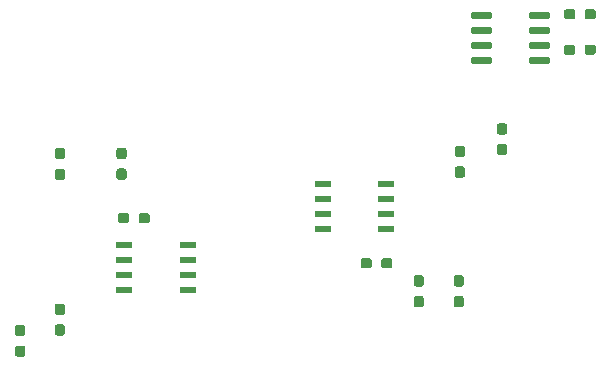
<source format=gtp>
G04 #@! TF.GenerationSoftware,KiCad,Pcbnew,(5.1.0)-1*
G04 #@! TF.CreationDate,2019-11-27T23:02:56+01:00*
G04 #@! TF.ProjectId,Canna,43616e6e-612e-46b6-9963-61645f706362,1*
G04 #@! TF.SameCoordinates,Original*
G04 #@! TF.FileFunction,Paste,Top*
G04 #@! TF.FilePolarity,Positive*
%FSLAX46Y46*%
G04 Gerber Fmt 4.6, Leading zero omitted, Abs format (unit mm)*
G04 Created by KiCad (PCBNEW (5.1.0)-1) date 2019-11-27 23:02:56*
%MOMM*%
%LPD*%
G04 APERTURE LIST*
%ADD10C,0.100000*%
%ADD11C,0.855000*%
%ADD12C,0.540000*%
%ADD13R,1.395000X0.540000*%
G04 APERTURE END LIST*
D10*
G36*
X169329701Y-79823529D02*
G01*
X169350451Y-79826607D01*
X169370798Y-79831704D01*
X169390549Y-79838771D01*
X169409511Y-79847739D01*
X169427503Y-79858523D01*
X169444352Y-79871019D01*
X169459894Y-79885106D01*
X169473981Y-79900648D01*
X169486477Y-79917497D01*
X169497261Y-79935489D01*
X169506229Y-79954451D01*
X169513296Y-79974202D01*
X169518393Y-79994549D01*
X169521471Y-80015299D01*
X169522500Y-80036250D01*
X169522500Y-80463750D01*
X169521471Y-80484701D01*
X169518393Y-80505451D01*
X169513296Y-80525798D01*
X169506229Y-80545549D01*
X169497261Y-80564511D01*
X169486477Y-80582503D01*
X169473981Y-80599352D01*
X169459894Y-80614894D01*
X169444352Y-80628981D01*
X169427503Y-80641477D01*
X169409511Y-80652261D01*
X169390549Y-80661229D01*
X169370798Y-80668296D01*
X169350451Y-80673393D01*
X169329701Y-80676471D01*
X169308750Y-80677500D01*
X168791250Y-80677500D01*
X168770299Y-80676471D01*
X168749549Y-80673393D01*
X168729202Y-80668296D01*
X168709451Y-80661229D01*
X168690489Y-80652261D01*
X168672497Y-80641477D01*
X168655648Y-80628981D01*
X168640106Y-80614894D01*
X168626019Y-80599352D01*
X168613523Y-80582503D01*
X168602739Y-80564511D01*
X168593771Y-80545549D01*
X168586704Y-80525798D01*
X168581607Y-80505451D01*
X168578529Y-80484701D01*
X168577500Y-80463750D01*
X168577500Y-80036250D01*
X168578529Y-80015299D01*
X168581607Y-79994549D01*
X168586704Y-79974202D01*
X168593771Y-79954451D01*
X168602739Y-79935489D01*
X168613523Y-79917497D01*
X168626019Y-79900648D01*
X168640106Y-79885106D01*
X168655648Y-79871019D01*
X168672497Y-79858523D01*
X168690489Y-79847739D01*
X168709451Y-79838771D01*
X168729202Y-79831704D01*
X168749549Y-79826607D01*
X168770299Y-79823529D01*
X168791250Y-79822500D01*
X169308750Y-79822500D01*
X169329701Y-79823529D01*
X169329701Y-79823529D01*
G37*
D11*
X169050000Y-80250000D03*
D10*
G36*
X171079701Y-79823529D02*
G01*
X171100451Y-79826607D01*
X171120798Y-79831704D01*
X171140549Y-79838771D01*
X171159511Y-79847739D01*
X171177503Y-79858523D01*
X171194352Y-79871019D01*
X171209894Y-79885106D01*
X171223981Y-79900648D01*
X171236477Y-79917497D01*
X171247261Y-79935489D01*
X171256229Y-79954451D01*
X171263296Y-79974202D01*
X171268393Y-79994549D01*
X171271471Y-80015299D01*
X171272500Y-80036250D01*
X171272500Y-80463750D01*
X171271471Y-80484701D01*
X171268393Y-80505451D01*
X171263296Y-80525798D01*
X171256229Y-80545549D01*
X171247261Y-80564511D01*
X171236477Y-80582503D01*
X171223981Y-80599352D01*
X171209894Y-80614894D01*
X171194352Y-80628981D01*
X171177503Y-80641477D01*
X171159511Y-80652261D01*
X171140549Y-80661229D01*
X171120798Y-80668296D01*
X171100451Y-80673393D01*
X171079701Y-80676471D01*
X171058750Y-80677500D01*
X170541250Y-80677500D01*
X170520299Y-80676471D01*
X170499549Y-80673393D01*
X170479202Y-80668296D01*
X170459451Y-80661229D01*
X170440489Y-80652261D01*
X170422497Y-80641477D01*
X170405648Y-80628981D01*
X170390106Y-80614894D01*
X170376019Y-80599352D01*
X170363523Y-80582503D01*
X170352739Y-80564511D01*
X170343771Y-80545549D01*
X170336704Y-80525798D01*
X170331607Y-80505451D01*
X170328529Y-80484701D01*
X170327500Y-80463750D01*
X170327500Y-80036250D01*
X170328529Y-80015299D01*
X170331607Y-79994549D01*
X170336704Y-79974202D01*
X170343771Y-79954451D01*
X170352739Y-79935489D01*
X170363523Y-79917497D01*
X170376019Y-79900648D01*
X170390106Y-79885106D01*
X170405648Y-79871019D01*
X170422497Y-79858523D01*
X170440489Y-79847739D01*
X170459451Y-79838771D01*
X170479202Y-79831704D01*
X170499549Y-79826607D01*
X170520299Y-79823529D01*
X170541250Y-79822500D01*
X171058750Y-79822500D01*
X171079701Y-79823529D01*
X171079701Y-79823529D01*
G37*
D11*
X170800000Y-80250000D03*
D10*
G36*
X171079701Y-82823529D02*
G01*
X171100451Y-82826607D01*
X171120798Y-82831704D01*
X171140549Y-82838771D01*
X171159511Y-82847739D01*
X171177503Y-82858523D01*
X171194352Y-82871019D01*
X171209894Y-82885106D01*
X171223981Y-82900648D01*
X171236477Y-82917497D01*
X171247261Y-82935489D01*
X171256229Y-82954451D01*
X171263296Y-82974202D01*
X171268393Y-82994549D01*
X171271471Y-83015299D01*
X171272500Y-83036250D01*
X171272500Y-83463750D01*
X171271471Y-83484701D01*
X171268393Y-83505451D01*
X171263296Y-83525798D01*
X171256229Y-83545549D01*
X171247261Y-83564511D01*
X171236477Y-83582503D01*
X171223981Y-83599352D01*
X171209894Y-83614894D01*
X171194352Y-83628981D01*
X171177503Y-83641477D01*
X171159511Y-83652261D01*
X171140549Y-83661229D01*
X171120798Y-83668296D01*
X171100451Y-83673393D01*
X171079701Y-83676471D01*
X171058750Y-83677500D01*
X170541250Y-83677500D01*
X170520299Y-83676471D01*
X170499549Y-83673393D01*
X170479202Y-83668296D01*
X170459451Y-83661229D01*
X170440489Y-83652261D01*
X170422497Y-83641477D01*
X170405648Y-83628981D01*
X170390106Y-83614894D01*
X170376019Y-83599352D01*
X170363523Y-83582503D01*
X170352739Y-83564511D01*
X170343771Y-83545549D01*
X170336704Y-83525798D01*
X170331607Y-83505451D01*
X170328529Y-83484701D01*
X170327500Y-83463750D01*
X170327500Y-83036250D01*
X170328529Y-83015299D01*
X170331607Y-82994549D01*
X170336704Y-82974202D01*
X170343771Y-82954451D01*
X170352739Y-82935489D01*
X170363523Y-82917497D01*
X170376019Y-82900648D01*
X170390106Y-82885106D01*
X170405648Y-82871019D01*
X170422497Y-82858523D01*
X170440489Y-82847739D01*
X170459451Y-82838771D01*
X170479202Y-82831704D01*
X170499549Y-82826607D01*
X170520299Y-82823529D01*
X170541250Y-82822500D01*
X171058750Y-82822500D01*
X171079701Y-82823529D01*
X171079701Y-82823529D01*
G37*
D11*
X170800000Y-83250000D03*
D10*
G36*
X169329701Y-82823529D02*
G01*
X169350451Y-82826607D01*
X169370798Y-82831704D01*
X169390549Y-82838771D01*
X169409511Y-82847739D01*
X169427503Y-82858523D01*
X169444352Y-82871019D01*
X169459894Y-82885106D01*
X169473981Y-82900648D01*
X169486477Y-82917497D01*
X169497261Y-82935489D01*
X169506229Y-82954451D01*
X169513296Y-82974202D01*
X169518393Y-82994549D01*
X169521471Y-83015299D01*
X169522500Y-83036250D01*
X169522500Y-83463750D01*
X169521471Y-83484701D01*
X169518393Y-83505451D01*
X169513296Y-83525798D01*
X169506229Y-83545549D01*
X169497261Y-83564511D01*
X169486477Y-83582503D01*
X169473981Y-83599352D01*
X169459894Y-83614894D01*
X169444352Y-83628981D01*
X169427503Y-83641477D01*
X169409511Y-83652261D01*
X169390549Y-83661229D01*
X169370798Y-83668296D01*
X169350451Y-83673393D01*
X169329701Y-83676471D01*
X169308750Y-83677500D01*
X168791250Y-83677500D01*
X168770299Y-83676471D01*
X168749549Y-83673393D01*
X168729202Y-83668296D01*
X168709451Y-83661229D01*
X168690489Y-83652261D01*
X168672497Y-83641477D01*
X168655648Y-83628981D01*
X168640106Y-83614894D01*
X168626019Y-83599352D01*
X168613523Y-83582503D01*
X168602739Y-83564511D01*
X168593771Y-83545549D01*
X168586704Y-83525798D01*
X168581607Y-83505451D01*
X168578529Y-83484701D01*
X168577500Y-83463750D01*
X168577500Y-83036250D01*
X168578529Y-83015299D01*
X168581607Y-82994549D01*
X168586704Y-82974202D01*
X168593771Y-82954451D01*
X168602739Y-82935489D01*
X168613523Y-82917497D01*
X168626019Y-82900648D01*
X168640106Y-82885106D01*
X168655648Y-82871019D01*
X168672497Y-82858523D01*
X168690489Y-82847739D01*
X168709451Y-82838771D01*
X168729202Y-82831704D01*
X168749549Y-82826607D01*
X168770299Y-82823529D01*
X168791250Y-82822500D01*
X169308750Y-82822500D01*
X169329701Y-82823529D01*
X169329701Y-82823529D01*
G37*
D11*
X169050000Y-83250000D03*
D10*
G36*
X167280732Y-80075650D02*
G01*
X167293837Y-80077594D01*
X167306688Y-80080813D01*
X167319162Y-80085276D01*
X167331139Y-80090941D01*
X167342502Y-80097752D01*
X167353143Y-80105644D01*
X167362959Y-80114541D01*
X167371856Y-80124357D01*
X167379748Y-80134998D01*
X167386559Y-80146361D01*
X167392224Y-80158338D01*
X167396687Y-80170812D01*
X167399906Y-80183663D01*
X167401850Y-80196768D01*
X167402500Y-80210000D01*
X167402500Y-80480000D01*
X167401850Y-80493232D01*
X167399906Y-80506337D01*
X167396687Y-80519188D01*
X167392224Y-80531662D01*
X167386559Y-80543639D01*
X167379748Y-80555002D01*
X167371856Y-80565643D01*
X167362959Y-80575459D01*
X167353143Y-80584356D01*
X167342502Y-80592248D01*
X167331139Y-80599059D01*
X167319162Y-80604724D01*
X167306688Y-80609187D01*
X167293837Y-80612406D01*
X167280732Y-80614350D01*
X167267500Y-80615000D01*
X165782500Y-80615000D01*
X165769268Y-80614350D01*
X165756163Y-80612406D01*
X165743312Y-80609187D01*
X165730838Y-80604724D01*
X165718861Y-80599059D01*
X165707498Y-80592248D01*
X165696857Y-80584356D01*
X165687041Y-80575459D01*
X165678144Y-80565643D01*
X165670252Y-80555002D01*
X165663441Y-80543639D01*
X165657776Y-80531662D01*
X165653313Y-80519188D01*
X165650094Y-80506337D01*
X165648150Y-80493232D01*
X165647500Y-80480000D01*
X165647500Y-80210000D01*
X165648150Y-80196768D01*
X165650094Y-80183663D01*
X165653313Y-80170812D01*
X165657776Y-80158338D01*
X165663441Y-80146361D01*
X165670252Y-80134998D01*
X165678144Y-80124357D01*
X165687041Y-80114541D01*
X165696857Y-80105644D01*
X165707498Y-80097752D01*
X165718861Y-80090941D01*
X165730838Y-80085276D01*
X165743312Y-80080813D01*
X165756163Y-80077594D01*
X165769268Y-80075650D01*
X165782500Y-80075000D01*
X167267500Y-80075000D01*
X167280732Y-80075650D01*
X167280732Y-80075650D01*
G37*
D12*
X166525000Y-80345000D03*
D10*
G36*
X167280732Y-81345650D02*
G01*
X167293837Y-81347594D01*
X167306688Y-81350813D01*
X167319162Y-81355276D01*
X167331139Y-81360941D01*
X167342502Y-81367752D01*
X167353143Y-81375644D01*
X167362959Y-81384541D01*
X167371856Y-81394357D01*
X167379748Y-81404998D01*
X167386559Y-81416361D01*
X167392224Y-81428338D01*
X167396687Y-81440812D01*
X167399906Y-81453663D01*
X167401850Y-81466768D01*
X167402500Y-81480000D01*
X167402500Y-81750000D01*
X167401850Y-81763232D01*
X167399906Y-81776337D01*
X167396687Y-81789188D01*
X167392224Y-81801662D01*
X167386559Y-81813639D01*
X167379748Y-81825002D01*
X167371856Y-81835643D01*
X167362959Y-81845459D01*
X167353143Y-81854356D01*
X167342502Y-81862248D01*
X167331139Y-81869059D01*
X167319162Y-81874724D01*
X167306688Y-81879187D01*
X167293837Y-81882406D01*
X167280732Y-81884350D01*
X167267500Y-81885000D01*
X165782500Y-81885000D01*
X165769268Y-81884350D01*
X165756163Y-81882406D01*
X165743312Y-81879187D01*
X165730838Y-81874724D01*
X165718861Y-81869059D01*
X165707498Y-81862248D01*
X165696857Y-81854356D01*
X165687041Y-81845459D01*
X165678144Y-81835643D01*
X165670252Y-81825002D01*
X165663441Y-81813639D01*
X165657776Y-81801662D01*
X165653313Y-81789188D01*
X165650094Y-81776337D01*
X165648150Y-81763232D01*
X165647500Y-81750000D01*
X165647500Y-81480000D01*
X165648150Y-81466768D01*
X165650094Y-81453663D01*
X165653313Y-81440812D01*
X165657776Y-81428338D01*
X165663441Y-81416361D01*
X165670252Y-81404998D01*
X165678144Y-81394357D01*
X165687041Y-81384541D01*
X165696857Y-81375644D01*
X165707498Y-81367752D01*
X165718861Y-81360941D01*
X165730838Y-81355276D01*
X165743312Y-81350813D01*
X165756163Y-81347594D01*
X165769268Y-81345650D01*
X165782500Y-81345000D01*
X167267500Y-81345000D01*
X167280732Y-81345650D01*
X167280732Y-81345650D01*
G37*
D12*
X166525000Y-81615000D03*
D10*
G36*
X167280732Y-82615650D02*
G01*
X167293837Y-82617594D01*
X167306688Y-82620813D01*
X167319162Y-82625276D01*
X167331139Y-82630941D01*
X167342502Y-82637752D01*
X167353143Y-82645644D01*
X167362959Y-82654541D01*
X167371856Y-82664357D01*
X167379748Y-82674998D01*
X167386559Y-82686361D01*
X167392224Y-82698338D01*
X167396687Y-82710812D01*
X167399906Y-82723663D01*
X167401850Y-82736768D01*
X167402500Y-82750000D01*
X167402500Y-83020000D01*
X167401850Y-83033232D01*
X167399906Y-83046337D01*
X167396687Y-83059188D01*
X167392224Y-83071662D01*
X167386559Y-83083639D01*
X167379748Y-83095002D01*
X167371856Y-83105643D01*
X167362959Y-83115459D01*
X167353143Y-83124356D01*
X167342502Y-83132248D01*
X167331139Y-83139059D01*
X167319162Y-83144724D01*
X167306688Y-83149187D01*
X167293837Y-83152406D01*
X167280732Y-83154350D01*
X167267500Y-83155000D01*
X165782500Y-83155000D01*
X165769268Y-83154350D01*
X165756163Y-83152406D01*
X165743312Y-83149187D01*
X165730838Y-83144724D01*
X165718861Y-83139059D01*
X165707498Y-83132248D01*
X165696857Y-83124356D01*
X165687041Y-83115459D01*
X165678144Y-83105643D01*
X165670252Y-83095002D01*
X165663441Y-83083639D01*
X165657776Y-83071662D01*
X165653313Y-83059188D01*
X165650094Y-83046337D01*
X165648150Y-83033232D01*
X165647500Y-83020000D01*
X165647500Y-82750000D01*
X165648150Y-82736768D01*
X165650094Y-82723663D01*
X165653313Y-82710812D01*
X165657776Y-82698338D01*
X165663441Y-82686361D01*
X165670252Y-82674998D01*
X165678144Y-82664357D01*
X165687041Y-82654541D01*
X165696857Y-82645644D01*
X165707498Y-82637752D01*
X165718861Y-82630941D01*
X165730838Y-82625276D01*
X165743312Y-82620813D01*
X165756163Y-82617594D01*
X165769268Y-82615650D01*
X165782500Y-82615000D01*
X167267500Y-82615000D01*
X167280732Y-82615650D01*
X167280732Y-82615650D01*
G37*
D12*
X166525000Y-82885000D03*
D10*
G36*
X167280732Y-83885650D02*
G01*
X167293837Y-83887594D01*
X167306688Y-83890813D01*
X167319162Y-83895276D01*
X167331139Y-83900941D01*
X167342502Y-83907752D01*
X167353143Y-83915644D01*
X167362959Y-83924541D01*
X167371856Y-83934357D01*
X167379748Y-83944998D01*
X167386559Y-83956361D01*
X167392224Y-83968338D01*
X167396687Y-83980812D01*
X167399906Y-83993663D01*
X167401850Y-84006768D01*
X167402500Y-84020000D01*
X167402500Y-84290000D01*
X167401850Y-84303232D01*
X167399906Y-84316337D01*
X167396687Y-84329188D01*
X167392224Y-84341662D01*
X167386559Y-84353639D01*
X167379748Y-84365002D01*
X167371856Y-84375643D01*
X167362959Y-84385459D01*
X167353143Y-84394356D01*
X167342502Y-84402248D01*
X167331139Y-84409059D01*
X167319162Y-84414724D01*
X167306688Y-84419187D01*
X167293837Y-84422406D01*
X167280732Y-84424350D01*
X167267500Y-84425000D01*
X165782500Y-84425000D01*
X165769268Y-84424350D01*
X165756163Y-84422406D01*
X165743312Y-84419187D01*
X165730838Y-84414724D01*
X165718861Y-84409059D01*
X165707498Y-84402248D01*
X165696857Y-84394356D01*
X165687041Y-84385459D01*
X165678144Y-84375643D01*
X165670252Y-84365002D01*
X165663441Y-84353639D01*
X165657776Y-84341662D01*
X165653313Y-84329188D01*
X165650094Y-84316337D01*
X165648150Y-84303232D01*
X165647500Y-84290000D01*
X165647500Y-84020000D01*
X165648150Y-84006768D01*
X165650094Y-83993663D01*
X165653313Y-83980812D01*
X165657776Y-83968338D01*
X165663441Y-83956361D01*
X165670252Y-83944998D01*
X165678144Y-83934357D01*
X165687041Y-83924541D01*
X165696857Y-83915644D01*
X165707498Y-83907752D01*
X165718861Y-83900941D01*
X165730838Y-83895276D01*
X165743312Y-83890813D01*
X165756163Y-83887594D01*
X165769268Y-83885650D01*
X165782500Y-83885000D01*
X167267500Y-83885000D01*
X167280732Y-83885650D01*
X167280732Y-83885650D01*
G37*
D12*
X166525000Y-84155000D03*
D10*
G36*
X162330732Y-83885650D02*
G01*
X162343837Y-83887594D01*
X162356688Y-83890813D01*
X162369162Y-83895276D01*
X162381139Y-83900941D01*
X162392502Y-83907752D01*
X162403143Y-83915644D01*
X162412959Y-83924541D01*
X162421856Y-83934357D01*
X162429748Y-83944998D01*
X162436559Y-83956361D01*
X162442224Y-83968338D01*
X162446687Y-83980812D01*
X162449906Y-83993663D01*
X162451850Y-84006768D01*
X162452500Y-84020000D01*
X162452500Y-84290000D01*
X162451850Y-84303232D01*
X162449906Y-84316337D01*
X162446687Y-84329188D01*
X162442224Y-84341662D01*
X162436559Y-84353639D01*
X162429748Y-84365002D01*
X162421856Y-84375643D01*
X162412959Y-84385459D01*
X162403143Y-84394356D01*
X162392502Y-84402248D01*
X162381139Y-84409059D01*
X162369162Y-84414724D01*
X162356688Y-84419187D01*
X162343837Y-84422406D01*
X162330732Y-84424350D01*
X162317500Y-84425000D01*
X160832500Y-84425000D01*
X160819268Y-84424350D01*
X160806163Y-84422406D01*
X160793312Y-84419187D01*
X160780838Y-84414724D01*
X160768861Y-84409059D01*
X160757498Y-84402248D01*
X160746857Y-84394356D01*
X160737041Y-84385459D01*
X160728144Y-84375643D01*
X160720252Y-84365002D01*
X160713441Y-84353639D01*
X160707776Y-84341662D01*
X160703313Y-84329188D01*
X160700094Y-84316337D01*
X160698150Y-84303232D01*
X160697500Y-84290000D01*
X160697500Y-84020000D01*
X160698150Y-84006768D01*
X160700094Y-83993663D01*
X160703313Y-83980812D01*
X160707776Y-83968338D01*
X160713441Y-83956361D01*
X160720252Y-83944998D01*
X160728144Y-83934357D01*
X160737041Y-83924541D01*
X160746857Y-83915644D01*
X160757498Y-83907752D01*
X160768861Y-83900941D01*
X160780838Y-83895276D01*
X160793312Y-83890813D01*
X160806163Y-83887594D01*
X160819268Y-83885650D01*
X160832500Y-83885000D01*
X162317500Y-83885000D01*
X162330732Y-83885650D01*
X162330732Y-83885650D01*
G37*
D12*
X161575000Y-84155000D03*
D10*
G36*
X162330732Y-82615650D02*
G01*
X162343837Y-82617594D01*
X162356688Y-82620813D01*
X162369162Y-82625276D01*
X162381139Y-82630941D01*
X162392502Y-82637752D01*
X162403143Y-82645644D01*
X162412959Y-82654541D01*
X162421856Y-82664357D01*
X162429748Y-82674998D01*
X162436559Y-82686361D01*
X162442224Y-82698338D01*
X162446687Y-82710812D01*
X162449906Y-82723663D01*
X162451850Y-82736768D01*
X162452500Y-82750000D01*
X162452500Y-83020000D01*
X162451850Y-83033232D01*
X162449906Y-83046337D01*
X162446687Y-83059188D01*
X162442224Y-83071662D01*
X162436559Y-83083639D01*
X162429748Y-83095002D01*
X162421856Y-83105643D01*
X162412959Y-83115459D01*
X162403143Y-83124356D01*
X162392502Y-83132248D01*
X162381139Y-83139059D01*
X162369162Y-83144724D01*
X162356688Y-83149187D01*
X162343837Y-83152406D01*
X162330732Y-83154350D01*
X162317500Y-83155000D01*
X160832500Y-83155000D01*
X160819268Y-83154350D01*
X160806163Y-83152406D01*
X160793312Y-83149187D01*
X160780838Y-83144724D01*
X160768861Y-83139059D01*
X160757498Y-83132248D01*
X160746857Y-83124356D01*
X160737041Y-83115459D01*
X160728144Y-83105643D01*
X160720252Y-83095002D01*
X160713441Y-83083639D01*
X160707776Y-83071662D01*
X160703313Y-83059188D01*
X160700094Y-83046337D01*
X160698150Y-83033232D01*
X160697500Y-83020000D01*
X160697500Y-82750000D01*
X160698150Y-82736768D01*
X160700094Y-82723663D01*
X160703313Y-82710812D01*
X160707776Y-82698338D01*
X160713441Y-82686361D01*
X160720252Y-82674998D01*
X160728144Y-82664357D01*
X160737041Y-82654541D01*
X160746857Y-82645644D01*
X160757498Y-82637752D01*
X160768861Y-82630941D01*
X160780838Y-82625276D01*
X160793312Y-82620813D01*
X160806163Y-82617594D01*
X160819268Y-82615650D01*
X160832500Y-82615000D01*
X162317500Y-82615000D01*
X162330732Y-82615650D01*
X162330732Y-82615650D01*
G37*
D12*
X161575000Y-82885000D03*
D10*
G36*
X162330732Y-81345650D02*
G01*
X162343837Y-81347594D01*
X162356688Y-81350813D01*
X162369162Y-81355276D01*
X162381139Y-81360941D01*
X162392502Y-81367752D01*
X162403143Y-81375644D01*
X162412959Y-81384541D01*
X162421856Y-81394357D01*
X162429748Y-81404998D01*
X162436559Y-81416361D01*
X162442224Y-81428338D01*
X162446687Y-81440812D01*
X162449906Y-81453663D01*
X162451850Y-81466768D01*
X162452500Y-81480000D01*
X162452500Y-81750000D01*
X162451850Y-81763232D01*
X162449906Y-81776337D01*
X162446687Y-81789188D01*
X162442224Y-81801662D01*
X162436559Y-81813639D01*
X162429748Y-81825002D01*
X162421856Y-81835643D01*
X162412959Y-81845459D01*
X162403143Y-81854356D01*
X162392502Y-81862248D01*
X162381139Y-81869059D01*
X162369162Y-81874724D01*
X162356688Y-81879187D01*
X162343837Y-81882406D01*
X162330732Y-81884350D01*
X162317500Y-81885000D01*
X160832500Y-81885000D01*
X160819268Y-81884350D01*
X160806163Y-81882406D01*
X160793312Y-81879187D01*
X160780838Y-81874724D01*
X160768861Y-81869059D01*
X160757498Y-81862248D01*
X160746857Y-81854356D01*
X160737041Y-81845459D01*
X160728144Y-81835643D01*
X160720252Y-81825002D01*
X160713441Y-81813639D01*
X160707776Y-81801662D01*
X160703313Y-81789188D01*
X160700094Y-81776337D01*
X160698150Y-81763232D01*
X160697500Y-81750000D01*
X160697500Y-81480000D01*
X160698150Y-81466768D01*
X160700094Y-81453663D01*
X160703313Y-81440812D01*
X160707776Y-81428338D01*
X160713441Y-81416361D01*
X160720252Y-81404998D01*
X160728144Y-81394357D01*
X160737041Y-81384541D01*
X160746857Y-81375644D01*
X160757498Y-81367752D01*
X160768861Y-81360941D01*
X160780838Y-81355276D01*
X160793312Y-81350813D01*
X160806163Y-81347594D01*
X160819268Y-81345650D01*
X160832500Y-81345000D01*
X162317500Y-81345000D01*
X162330732Y-81345650D01*
X162330732Y-81345650D01*
G37*
D12*
X161575000Y-81615000D03*
D10*
G36*
X162330732Y-80075650D02*
G01*
X162343837Y-80077594D01*
X162356688Y-80080813D01*
X162369162Y-80085276D01*
X162381139Y-80090941D01*
X162392502Y-80097752D01*
X162403143Y-80105644D01*
X162412959Y-80114541D01*
X162421856Y-80124357D01*
X162429748Y-80134998D01*
X162436559Y-80146361D01*
X162442224Y-80158338D01*
X162446687Y-80170812D01*
X162449906Y-80183663D01*
X162451850Y-80196768D01*
X162452500Y-80210000D01*
X162452500Y-80480000D01*
X162451850Y-80493232D01*
X162449906Y-80506337D01*
X162446687Y-80519188D01*
X162442224Y-80531662D01*
X162436559Y-80543639D01*
X162429748Y-80555002D01*
X162421856Y-80565643D01*
X162412959Y-80575459D01*
X162403143Y-80584356D01*
X162392502Y-80592248D01*
X162381139Y-80599059D01*
X162369162Y-80604724D01*
X162356688Y-80609187D01*
X162343837Y-80612406D01*
X162330732Y-80614350D01*
X162317500Y-80615000D01*
X160832500Y-80615000D01*
X160819268Y-80614350D01*
X160806163Y-80612406D01*
X160793312Y-80609187D01*
X160780838Y-80604724D01*
X160768861Y-80599059D01*
X160757498Y-80592248D01*
X160746857Y-80584356D01*
X160737041Y-80575459D01*
X160728144Y-80565643D01*
X160720252Y-80555002D01*
X160713441Y-80543639D01*
X160707776Y-80531662D01*
X160703313Y-80519188D01*
X160700094Y-80506337D01*
X160698150Y-80493232D01*
X160697500Y-80480000D01*
X160697500Y-80210000D01*
X160698150Y-80196768D01*
X160700094Y-80183663D01*
X160703313Y-80170812D01*
X160707776Y-80158338D01*
X160713441Y-80146361D01*
X160720252Y-80134998D01*
X160728144Y-80124357D01*
X160737041Y-80114541D01*
X160746857Y-80105644D01*
X160757498Y-80097752D01*
X160768861Y-80090941D01*
X160780838Y-80085276D01*
X160793312Y-80080813D01*
X160806163Y-80077594D01*
X160819268Y-80075650D01*
X160832500Y-80075000D01*
X162317500Y-80075000D01*
X162330732Y-80075650D01*
X162330732Y-80075650D01*
G37*
D12*
X161575000Y-80345000D03*
D10*
G36*
X153859701Y-100913529D02*
G01*
X153880451Y-100916607D01*
X153900798Y-100921704D01*
X153920549Y-100928771D01*
X153939511Y-100937739D01*
X153957503Y-100948523D01*
X153974352Y-100961019D01*
X153989894Y-100975106D01*
X154003981Y-100990648D01*
X154016477Y-101007497D01*
X154027261Y-101025489D01*
X154036229Y-101044451D01*
X154043296Y-101064202D01*
X154048393Y-101084549D01*
X154051471Y-101105299D01*
X154052500Y-101126250D01*
X154052500Y-101553750D01*
X154051471Y-101574701D01*
X154048393Y-101595451D01*
X154043296Y-101615798D01*
X154036229Y-101635549D01*
X154027261Y-101654511D01*
X154016477Y-101672503D01*
X154003981Y-101689352D01*
X153989894Y-101704894D01*
X153974352Y-101718981D01*
X153957503Y-101731477D01*
X153939511Y-101742261D01*
X153920549Y-101751229D01*
X153900798Y-101758296D01*
X153880451Y-101763393D01*
X153859701Y-101766471D01*
X153838750Y-101767500D01*
X153321250Y-101767500D01*
X153300299Y-101766471D01*
X153279549Y-101763393D01*
X153259202Y-101758296D01*
X153239451Y-101751229D01*
X153220489Y-101742261D01*
X153202497Y-101731477D01*
X153185648Y-101718981D01*
X153170106Y-101704894D01*
X153156019Y-101689352D01*
X153143523Y-101672503D01*
X153132739Y-101654511D01*
X153123771Y-101635549D01*
X153116704Y-101615798D01*
X153111607Y-101595451D01*
X153108529Y-101574701D01*
X153107500Y-101553750D01*
X153107500Y-101126250D01*
X153108529Y-101105299D01*
X153111607Y-101084549D01*
X153116704Y-101064202D01*
X153123771Y-101044451D01*
X153132739Y-101025489D01*
X153143523Y-101007497D01*
X153156019Y-100990648D01*
X153170106Y-100975106D01*
X153185648Y-100961019D01*
X153202497Y-100948523D01*
X153220489Y-100937739D01*
X153239451Y-100928771D01*
X153259202Y-100921704D01*
X153279549Y-100916607D01*
X153300299Y-100913529D01*
X153321250Y-100912500D01*
X153838750Y-100912500D01*
X153859701Y-100913529D01*
X153859701Y-100913529D01*
G37*
D11*
X153580000Y-101340000D03*
D10*
G36*
X152109701Y-100913529D02*
G01*
X152130451Y-100916607D01*
X152150798Y-100921704D01*
X152170549Y-100928771D01*
X152189511Y-100937739D01*
X152207503Y-100948523D01*
X152224352Y-100961019D01*
X152239894Y-100975106D01*
X152253981Y-100990648D01*
X152266477Y-101007497D01*
X152277261Y-101025489D01*
X152286229Y-101044451D01*
X152293296Y-101064202D01*
X152298393Y-101084549D01*
X152301471Y-101105299D01*
X152302500Y-101126250D01*
X152302500Y-101553750D01*
X152301471Y-101574701D01*
X152298393Y-101595451D01*
X152293296Y-101615798D01*
X152286229Y-101635549D01*
X152277261Y-101654511D01*
X152266477Y-101672503D01*
X152253981Y-101689352D01*
X152239894Y-101704894D01*
X152224352Y-101718981D01*
X152207503Y-101731477D01*
X152189511Y-101742261D01*
X152170549Y-101751229D01*
X152150798Y-101758296D01*
X152130451Y-101763393D01*
X152109701Y-101766471D01*
X152088750Y-101767500D01*
X151571250Y-101767500D01*
X151550299Y-101766471D01*
X151529549Y-101763393D01*
X151509202Y-101758296D01*
X151489451Y-101751229D01*
X151470489Y-101742261D01*
X151452497Y-101731477D01*
X151435648Y-101718981D01*
X151420106Y-101704894D01*
X151406019Y-101689352D01*
X151393523Y-101672503D01*
X151382739Y-101654511D01*
X151373771Y-101635549D01*
X151366704Y-101615798D01*
X151361607Y-101595451D01*
X151358529Y-101574701D01*
X151357500Y-101553750D01*
X151357500Y-101126250D01*
X151358529Y-101105299D01*
X151361607Y-101084549D01*
X151366704Y-101064202D01*
X151373771Y-101044451D01*
X151382739Y-101025489D01*
X151393523Y-101007497D01*
X151406019Y-100990648D01*
X151420106Y-100975106D01*
X151435648Y-100961019D01*
X151452497Y-100948523D01*
X151470489Y-100937739D01*
X151489451Y-100928771D01*
X151509202Y-100921704D01*
X151529549Y-100916607D01*
X151550299Y-100913529D01*
X151571250Y-100912500D01*
X152088750Y-100912500D01*
X152109701Y-100913529D01*
X152109701Y-100913529D01*
G37*
D11*
X151830000Y-101340000D03*
D10*
G36*
X131354701Y-93303529D02*
G01*
X131375451Y-93306607D01*
X131395798Y-93311704D01*
X131415549Y-93318771D01*
X131434511Y-93327739D01*
X131452503Y-93338523D01*
X131469352Y-93351019D01*
X131484894Y-93365106D01*
X131498981Y-93380648D01*
X131511477Y-93397497D01*
X131522261Y-93415489D01*
X131531229Y-93434451D01*
X131538296Y-93454202D01*
X131543393Y-93474549D01*
X131546471Y-93495299D01*
X131547500Y-93516250D01*
X131547500Y-94033750D01*
X131546471Y-94054701D01*
X131543393Y-94075451D01*
X131538296Y-94095798D01*
X131531229Y-94115549D01*
X131522261Y-94134511D01*
X131511477Y-94152503D01*
X131498981Y-94169352D01*
X131484894Y-94184894D01*
X131469352Y-94198981D01*
X131452503Y-94211477D01*
X131434511Y-94222261D01*
X131415549Y-94231229D01*
X131395798Y-94238296D01*
X131375451Y-94243393D01*
X131354701Y-94246471D01*
X131333750Y-94247500D01*
X130906250Y-94247500D01*
X130885299Y-94246471D01*
X130864549Y-94243393D01*
X130844202Y-94238296D01*
X130824451Y-94231229D01*
X130805489Y-94222261D01*
X130787497Y-94211477D01*
X130770648Y-94198981D01*
X130755106Y-94184894D01*
X130741019Y-94169352D01*
X130728523Y-94152503D01*
X130717739Y-94134511D01*
X130708771Y-94115549D01*
X130701704Y-94095798D01*
X130696607Y-94075451D01*
X130693529Y-94054701D01*
X130692500Y-94033750D01*
X130692500Y-93516250D01*
X130693529Y-93495299D01*
X130696607Y-93474549D01*
X130701704Y-93454202D01*
X130708771Y-93434451D01*
X130717739Y-93415489D01*
X130728523Y-93397497D01*
X130741019Y-93380648D01*
X130755106Y-93365106D01*
X130770648Y-93351019D01*
X130787497Y-93338523D01*
X130805489Y-93327739D01*
X130824451Y-93318771D01*
X130844202Y-93311704D01*
X130864549Y-93306607D01*
X130885299Y-93303529D01*
X130906250Y-93302500D01*
X131333750Y-93302500D01*
X131354701Y-93303529D01*
X131354701Y-93303529D01*
G37*
D11*
X131120000Y-93775000D03*
D10*
G36*
X131354701Y-91553529D02*
G01*
X131375451Y-91556607D01*
X131395798Y-91561704D01*
X131415549Y-91568771D01*
X131434511Y-91577739D01*
X131452503Y-91588523D01*
X131469352Y-91601019D01*
X131484894Y-91615106D01*
X131498981Y-91630648D01*
X131511477Y-91647497D01*
X131522261Y-91665489D01*
X131531229Y-91684451D01*
X131538296Y-91704202D01*
X131543393Y-91724549D01*
X131546471Y-91745299D01*
X131547500Y-91766250D01*
X131547500Y-92283750D01*
X131546471Y-92304701D01*
X131543393Y-92325451D01*
X131538296Y-92345798D01*
X131531229Y-92365549D01*
X131522261Y-92384511D01*
X131511477Y-92402503D01*
X131498981Y-92419352D01*
X131484894Y-92434894D01*
X131469352Y-92448981D01*
X131452503Y-92461477D01*
X131434511Y-92472261D01*
X131415549Y-92481229D01*
X131395798Y-92488296D01*
X131375451Y-92493393D01*
X131354701Y-92496471D01*
X131333750Y-92497500D01*
X130906250Y-92497500D01*
X130885299Y-92496471D01*
X130864549Y-92493393D01*
X130844202Y-92488296D01*
X130824451Y-92481229D01*
X130805489Y-92472261D01*
X130787497Y-92461477D01*
X130770648Y-92448981D01*
X130755106Y-92434894D01*
X130741019Y-92419352D01*
X130728523Y-92402503D01*
X130717739Y-92384511D01*
X130708771Y-92365549D01*
X130701704Y-92345798D01*
X130696607Y-92325451D01*
X130693529Y-92304701D01*
X130692500Y-92283750D01*
X130692500Y-91766250D01*
X130693529Y-91745299D01*
X130696607Y-91724549D01*
X130701704Y-91704202D01*
X130708771Y-91684451D01*
X130717739Y-91665489D01*
X130728523Y-91647497D01*
X130741019Y-91630648D01*
X130755106Y-91615106D01*
X130770648Y-91601019D01*
X130787497Y-91588523D01*
X130805489Y-91577739D01*
X130824451Y-91568771D01*
X130844202Y-91561704D01*
X130864549Y-91556607D01*
X130885299Y-91553529D01*
X130906250Y-91552500D01*
X131333750Y-91552500D01*
X131354701Y-91553529D01*
X131354701Y-91553529D01*
G37*
D11*
X131120000Y-92025000D03*
D10*
G36*
X122774701Y-106543529D02*
G01*
X122795451Y-106546607D01*
X122815798Y-106551704D01*
X122835549Y-106558771D01*
X122854511Y-106567739D01*
X122872503Y-106578523D01*
X122889352Y-106591019D01*
X122904894Y-106605106D01*
X122918981Y-106620648D01*
X122931477Y-106637497D01*
X122942261Y-106655489D01*
X122951229Y-106674451D01*
X122958296Y-106694202D01*
X122963393Y-106714549D01*
X122966471Y-106735299D01*
X122967500Y-106756250D01*
X122967500Y-107273750D01*
X122966471Y-107294701D01*
X122963393Y-107315451D01*
X122958296Y-107335798D01*
X122951229Y-107355549D01*
X122942261Y-107374511D01*
X122931477Y-107392503D01*
X122918981Y-107409352D01*
X122904894Y-107424894D01*
X122889352Y-107438981D01*
X122872503Y-107451477D01*
X122854511Y-107462261D01*
X122835549Y-107471229D01*
X122815798Y-107478296D01*
X122795451Y-107483393D01*
X122774701Y-107486471D01*
X122753750Y-107487500D01*
X122326250Y-107487500D01*
X122305299Y-107486471D01*
X122284549Y-107483393D01*
X122264202Y-107478296D01*
X122244451Y-107471229D01*
X122225489Y-107462261D01*
X122207497Y-107451477D01*
X122190648Y-107438981D01*
X122175106Y-107424894D01*
X122161019Y-107409352D01*
X122148523Y-107392503D01*
X122137739Y-107374511D01*
X122128771Y-107355549D01*
X122121704Y-107335798D01*
X122116607Y-107315451D01*
X122113529Y-107294701D01*
X122112500Y-107273750D01*
X122112500Y-106756250D01*
X122113529Y-106735299D01*
X122116607Y-106714549D01*
X122121704Y-106694202D01*
X122128771Y-106674451D01*
X122137739Y-106655489D01*
X122148523Y-106637497D01*
X122161019Y-106620648D01*
X122175106Y-106605106D01*
X122190648Y-106591019D01*
X122207497Y-106578523D01*
X122225489Y-106567739D01*
X122244451Y-106558771D01*
X122264202Y-106551704D01*
X122284549Y-106546607D01*
X122305299Y-106543529D01*
X122326250Y-106542500D01*
X122753750Y-106542500D01*
X122774701Y-106543529D01*
X122774701Y-106543529D01*
G37*
D11*
X122540000Y-107015000D03*
D10*
G36*
X122774701Y-108293529D02*
G01*
X122795451Y-108296607D01*
X122815798Y-108301704D01*
X122835549Y-108308771D01*
X122854511Y-108317739D01*
X122872503Y-108328523D01*
X122889352Y-108341019D01*
X122904894Y-108355106D01*
X122918981Y-108370648D01*
X122931477Y-108387497D01*
X122942261Y-108405489D01*
X122951229Y-108424451D01*
X122958296Y-108444202D01*
X122963393Y-108464549D01*
X122966471Y-108485299D01*
X122967500Y-108506250D01*
X122967500Y-109023750D01*
X122966471Y-109044701D01*
X122963393Y-109065451D01*
X122958296Y-109085798D01*
X122951229Y-109105549D01*
X122942261Y-109124511D01*
X122931477Y-109142503D01*
X122918981Y-109159352D01*
X122904894Y-109174894D01*
X122889352Y-109188981D01*
X122872503Y-109201477D01*
X122854511Y-109212261D01*
X122835549Y-109221229D01*
X122815798Y-109228296D01*
X122795451Y-109233393D01*
X122774701Y-109236471D01*
X122753750Y-109237500D01*
X122326250Y-109237500D01*
X122305299Y-109236471D01*
X122284549Y-109233393D01*
X122264202Y-109228296D01*
X122244451Y-109221229D01*
X122225489Y-109212261D01*
X122207497Y-109201477D01*
X122190648Y-109188981D01*
X122175106Y-109174894D01*
X122161019Y-109159352D01*
X122148523Y-109142503D01*
X122137739Y-109124511D01*
X122128771Y-109105549D01*
X122121704Y-109085798D01*
X122116607Y-109065451D01*
X122113529Y-109044701D01*
X122112500Y-109023750D01*
X122112500Y-108506250D01*
X122113529Y-108485299D01*
X122116607Y-108464549D01*
X122121704Y-108444202D01*
X122128771Y-108424451D01*
X122137739Y-108405489D01*
X122148523Y-108387497D01*
X122161019Y-108370648D01*
X122175106Y-108355106D01*
X122190648Y-108341019D01*
X122207497Y-108328523D01*
X122225489Y-108317739D01*
X122244451Y-108308771D01*
X122264202Y-108301704D01*
X122284549Y-108296607D01*
X122305299Y-108293529D01*
X122326250Y-108292500D01*
X122753750Y-108292500D01*
X122774701Y-108293529D01*
X122774701Y-108293529D01*
G37*
D11*
X122540000Y-108765000D03*
D10*
G36*
X126134701Y-91563529D02*
G01*
X126155451Y-91566607D01*
X126175798Y-91571704D01*
X126195549Y-91578771D01*
X126214511Y-91587739D01*
X126232503Y-91598523D01*
X126249352Y-91611019D01*
X126264894Y-91625106D01*
X126278981Y-91640648D01*
X126291477Y-91657497D01*
X126302261Y-91675489D01*
X126311229Y-91694451D01*
X126318296Y-91714202D01*
X126323393Y-91734549D01*
X126326471Y-91755299D01*
X126327500Y-91776250D01*
X126327500Y-92293750D01*
X126326471Y-92314701D01*
X126323393Y-92335451D01*
X126318296Y-92355798D01*
X126311229Y-92375549D01*
X126302261Y-92394511D01*
X126291477Y-92412503D01*
X126278981Y-92429352D01*
X126264894Y-92444894D01*
X126249352Y-92458981D01*
X126232503Y-92471477D01*
X126214511Y-92482261D01*
X126195549Y-92491229D01*
X126175798Y-92498296D01*
X126155451Y-92503393D01*
X126134701Y-92506471D01*
X126113750Y-92507500D01*
X125686250Y-92507500D01*
X125665299Y-92506471D01*
X125644549Y-92503393D01*
X125624202Y-92498296D01*
X125604451Y-92491229D01*
X125585489Y-92482261D01*
X125567497Y-92471477D01*
X125550648Y-92458981D01*
X125535106Y-92444894D01*
X125521019Y-92429352D01*
X125508523Y-92412503D01*
X125497739Y-92394511D01*
X125488771Y-92375549D01*
X125481704Y-92355798D01*
X125476607Y-92335451D01*
X125473529Y-92314701D01*
X125472500Y-92293750D01*
X125472500Y-91776250D01*
X125473529Y-91755299D01*
X125476607Y-91734549D01*
X125481704Y-91714202D01*
X125488771Y-91694451D01*
X125497739Y-91675489D01*
X125508523Y-91657497D01*
X125521019Y-91640648D01*
X125535106Y-91625106D01*
X125550648Y-91611019D01*
X125567497Y-91598523D01*
X125585489Y-91587739D01*
X125604451Y-91578771D01*
X125624202Y-91571704D01*
X125644549Y-91566607D01*
X125665299Y-91563529D01*
X125686250Y-91562500D01*
X126113750Y-91562500D01*
X126134701Y-91563529D01*
X126134701Y-91563529D01*
G37*
D11*
X125900000Y-92035000D03*
D10*
G36*
X126134701Y-93313529D02*
G01*
X126155451Y-93316607D01*
X126175798Y-93321704D01*
X126195549Y-93328771D01*
X126214511Y-93337739D01*
X126232503Y-93348523D01*
X126249352Y-93361019D01*
X126264894Y-93375106D01*
X126278981Y-93390648D01*
X126291477Y-93407497D01*
X126302261Y-93425489D01*
X126311229Y-93444451D01*
X126318296Y-93464202D01*
X126323393Y-93484549D01*
X126326471Y-93505299D01*
X126327500Y-93526250D01*
X126327500Y-94043750D01*
X126326471Y-94064701D01*
X126323393Y-94085451D01*
X126318296Y-94105798D01*
X126311229Y-94125549D01*
X126302261Y-94144511D01*
X126291477Y-94162503D01*
X126278981Y-94179352D01*
X126264894Y-94194894D01*
X126249352Y-94208981D01*
X126232503Y-94221477D01*
X126214511Y-94232261D01*
X126195549Y-94241229D01*
X126175798Y-94248296D01*
X126155451Y-94253393D01*
X126134701Y-94256471D01*
X126113750Y-94257500D01*
X125686250Y-94257500D01*
X125665299Y-94256471D01*
X125644549Y-94253393D01*
X125624202Y-94248296D01*
X125604451Y-94241229D01*
X125585489Y-94232261D01*
X125567497Y-94221477D01*
X125550648Y-94208981D01*
X125535106Y-94194894D01*
X125521019Y-94179352D01*
X125508523Y-94162503D01*
X125497739Y-94144511D01*
X125488771Y-94125549D01*
X125481704Y-94105798D01*
X125476607Y-94085451D01*
X125473529Y-94064701D01*
X125472500Y-94043750D01*
X125472500Y-93526250D01*
X125473529Y-93505299D01*
X125476607Y-93484549D01*
X125481704Y-93464202D01*
X125488771Y-93444451D01*
X125497739Y-93425489D01*
X125508523Y-93407497D01*
X125521019Y-93390648D01*
X125535106Y-93375106D01*
X125550648Y-93361019D01*
X125567497Y-93348523D01*
X125585489Y-93337739D01*
X125604451Y-93328771D01*
X125624202Y-93321704D01*
X125644549Y-93316607D01*
X125665299Y-93313529D01*
X125686250Y-93312500D01*
X126113750Y-93312500D01*
X126134701Y-93313529D01*
X126134701Y-93313529D01*
G37*
D11*
X125900000Y-93785000D03*
D10*
G36*
X163574701Y-89483529D02*
G01*
X163595451Y-89486607D01*
X163615798Y-89491704D01*
X163635549Y-89498771D01*
X163654511Y-89507739D01*
X163672503Y-89518523D01*
X163689352Y-89531019D01*
X163704894Y-89545106D01*
X163718981Y-89560648D01*
X163731477Y-89577497D01*
X163742261Y-89595489D01*
X163751229Y-89614451D01*
X163758296Y-89634202D01*
X163763393Y-89654549D01*
X163766471Y-89675299D01*
X163767500Y-89696250D01*
X163767500Y-90213750D01*
X163766471Y-90234701D01*
X163763393Y-90255451D01*
X163758296Y-90275798D01*
X163751229Y-90295549D01*
X163742261Y-90314511D01*
X163731477Y-90332503D01*
X163718981Y-90349352D01*
X163704894Y-90364894D01*
X163689352Y-90378981D01*
X163672503Y-90391477D01*
X163654511Y-90402261D01*
X163635549Y-90411229D01*
X163615798Y-90418296D01*
X163595451Y-90423393D01*
X163574701Y-90426471D01*
X163553750Y-90427500D01*
X163126250Y-90427500D01*
X163105299Y-90426471D01*
X163084549Y-90423393D01*
X163064202Y-90418296D01*
X163044451Y-90411229D01*
X163025489Y-90402261D01*
X163007497Y-90391477D01*
X162990648Y-90378981D01*
X162975106Y-90364894D01*
X162961019Y-90349352D01*
X162948523Y-90332503D01*
X162937739Y-90314511D01*
X162928771Y-90295549D01*
X162921704Y-90275798D01*
X162916607Y-90255451D01*
X162913529Y-90234701D01*
X162912500Y-90213750D01*
X162912500Y-89696250D01*
X162913529Y-89675299D01*
X162916607Y-89654549D01*
X162921704Y-89634202D01*
X162928771Y-89614451D01*
X162937739Y-89595489D01*
X162948523Y-89577497D01*
X162961019Y-89560648D01*
X162975106Y-89545106D01*
X162990648Y-89531019D01*
X163007497Y-89518523D01*
X163025489Y-89507739D01*
X163044451Y-89498771D01*
X163064202Y-89491704D01*
X163084549Y-89486607D01*
X163105299Y-89483529D01*
X163126250Y-89482500D01*
X163553750Y-89482500D01*
X163574701Y-89483529D01*
X163574701Y-89483529D01*
G37*
D11*
X163340000Y-89955000D03*
D10*
G36*
X163574701Y-91233529D02*
G01*
X163595451Y-91236607D01*
X163615798Y-91241704D01*
X163635549Y-91248771D01*
X163654511Y-91257739D01*
X163672503Y-91268523D01*
X163689352Y-91281019D01*
X163704894Y-91295106D01*
X163718981Y-91310648D01*
X163731477Y-91327497D01*
X163742261Y-91345489D01*
X163751229Y-91364451D01*
X163758296Y-91384202D01*
X163763393Y-91404549D01*
X163766471Y-91425299D01*
X163767500Y-91446250D01*
X163767500Y-91963750D01*
X163766471Y-91984701D01*
X163763393Y-92005451D01*
X163758296Y-92025798D01*
X163751229Y-92045549D01*
X163742261Y-92064511D01*
X163731477Y-92082503D01*
X163718981Y-92099352D01*
X163704894Y-92114894D01*
X163689352Y-92128981D01*
X163672503Y-92141477D01*
X163654511Y-92152261D01*
X163635549Y-92161229D01*
X163615798Y-92168296D01*
X163595451Y-92173393D01*
X163574701Y-92176471D01*
X163553750Y-92177500D01*
X163126250Y-92177500D01*
X163105299Y-92176471D01*
X163084549Y-92173393D01*
X163064202Y-92168296D01*
X163044451Y-92161229D01*
X163025489Y-92152261D01*
X163007497Y-92141477D01*
X162990648Y-92128981D01*
X162975106Y-92114894D01*
X162961019Y-92099352D01*
X162948523Y-92082503D01*
X162937739Y-92064511D01*
X162928771Y-92045549D01*
X162921704Y-92025798D01*
X162916607Y-92005451D01*
X162913529Y-91984701D01*
X162912500Y-91963750D01*
X162912500Y-91446250D01*
X162913529Y-91425299D01*
X162916607Y-91404549D01*
X162921704Y-91384202D01*
X162928771Y-91364451D01*
X162937739Y-91345489D01*
X162948523Y-91327497D01*
X162961019Y-91310648D01*
X162975106Y-91295106D01*
X162990648Y-91281019D01*
X163007497Y-91268523D01*
X163025489Y-91257739D01*
X163044451Y-91248771D01*
X163064202Y-91241704D01*
X163084549Y-91236607D01*
X163105299Y-91233529D01*
X163126250Y-91232500D01*
X163553750Y-91232500D01*
X163574701Y-91233529D01*
X163574701Y-91233529D01*
G37*
D11*
X163340000Y-91705000D03*
D10*
G36*
X159904701Y-102353529D02*
G01*
X159925451Y-102356607D01*
X159945798Y-102361704D01*
X159965549Y-102368771D01*
X159984511Y-102377739D01*
X160002503Y-102388523D01*
X160019352Y-102401019D01*
X160034894Y-102415106D01*
X160048981Y-102430648D01*
X160061477Y-102447497D01*
X160072261Y-102465489D01*
X160081229Y-102484451D01*
X160088296Y-102504202D01*
X160093393Y-102524549D01*
X160096471Y-102545299D01*
X160097500Y-102566250D01*
X160097500Y-103083750D01*
X160096471Y-103104701D01*
X160093393Y-103125451D01*
X160088296Y-103145798D01*
X160081229Y-103165549D01*
X160072261Y-103184511D01*
X160061477Y-103202503D01*
X160048981Y-103219352D01*
X160034894Y-103234894D01*
X160019352Y-103248981D01*
X160002503Y-103261477D01*
X159984511Y-103272261D01*
X159965549Y-103281229D01*
X159945798Y-103288296D01*
X159925451Y-103293393D01*
X159904701Y-103296471D01*
X159883750Y-103297500D01*
X159456250Y-103297500D01*
X159435299Y-103296471D01*
X159414549Y-103293393D01*
X159394202Y-103288296D01*
X159374451Y-103281229D01*
X159355489Y-103272261D01*
X159337497Y-103261477D01*
X159320648Y-103248981D01*
X159305106Y-103234894D01*
X159291019Y-103219352D01*
X159278523Y-103202503D01*
X159267739Y-103184511D01*
X159258771Y-103165549D01*
X159251704Y-103145798D01*
X159246607Y-103125451D01*
X159243529Y-103104701D01*
X159242500Y-103083750D01*
X159242500Y-102566250D01*
X159243529Y-102545299D01*
X159246607Y-102524549D01*
X159251704Y-102504202D01*
X159258771Y-102484451D01*
X159267739Y-102465489D01*
X159278523Y-102447497D01*
X159291019Y-102430648D01*
X159305106Y-102415106D01*
X159320648Y-102401019D01*
X159337497Y-102388523D01*
X159355489Y-102377739D01*
X159374451Y-102368771D01*
X159394202Y-102361704D01*
X159414549Y-102356607D01*
X159435299Y-102353529D01*
X159456250Y-102352500D01*
X159883750Y-102352500D01*
X159904701Y-102353529D01*
X159904701Y-102353529D01*
G37*
D11*
X159670000Y-102825000D03*
D10*
G36*
X159904701Y-104103529D02*
G01*
X159925451Y-104106607D01*
X159945798Y-104111704D01*
X159965549Y-104118771D01*
X159984511Y-104127739D01*
X160002503Y-104138523D01*
X160019352Y-104151019D01*
X160034894Y-104165106D01*
X160048981Y-104180648D01*
X160061477Y-104197497D01*
X160072261Y-104215489D01*
X160081229Y-104234451D01*
X160088296Y-104254202D01*
X160093393Y-104274549D01*
X160096471Y-104295299D01*
X160097500Y-104316250D01*
X160097500Y-104833750D01*
X160096471Y-104854701D01*
X160093393Y-104875451D01*
X160088296Y-104895798D01*
X160081229Y-104915549D01*
X160072261Y-104934511D01*
X160061477Y-104952503D01*
X160048981Y-104969352D01*
X160034894Y-104984894D01*
X160019352Y-104998981D01*
X160002503Y-105011477D01*
X159984511Y-105022261D01*
X159965549Y-105031229D01*
X159945798Y-105038296D01*
X159925451Y-105043393D01*
X159904701Y-105046471D01*
X159883750Y-105047500D01*
X159456250Y-105047500D01*
X159435299Y-105046471D01*
X159414549Y-105043393D01*
X159394202Y-105038296D01*
X159374451Y-105031229D01*
X159355489Y-105022261D01*
X159337497Y-105011477D01*
X159320648Y-104998981D01*
X159305106Y-104984894D01*
X159291019Y-104969352D01*
X159278523Y-104952503D01*
X159267739Y-104934511D01*
X159258771Y-104915549D01*
X159251704Y-104895798D01*
X159246607Y-104875451D01*
X159243529Y-104854701D01*
X159242500Y-104833750D01*
X159242500Y-104316250D01*
X159243529Y-104295299D01*
X159246607Y-104274549D01*
X159251704Y-104254202D01*
X159258771Y-104234451D01*
X159267739Y-104215489D01*
X159278523Y-104197497D01*
X159291019Y-104180648D01*
X159305106Y-104165106D01*
X159320648Y-104151019D01*
X159337497Y-104138523D01*
X159355489Y-104127739D01*
X159374451Y-104118771D01*
X159394202Y-104111704D01*
X159414549Y-104106607D01*
X159435299Y-104103529D01*
X159456250Y-104102500D01*
X159883750Y-104102500D01*
X159904701Y-104103529D01*
X159904701Y-104103529D01*
G37*
D11*
X159670000Y-104575000D03*
D10*
G36*
X156514701Y-102353529D02*
G01*
X156535451Y-102356607D01*
X156555798Y-102361704D01*
X156575549Y-102368771D01*
X156594511Y-102377739D01*
X156612503Y-102388523D01*
X156629352Y-102401019D01*
X156644894Y-102415106D01*
X156658981Y-102430648D01*
X156671477Y-102447497D01*
X156682261Y-102465489D01*
X156691229Y-102484451D01*
X156698296Y-102504202D01*
X156703393Y-102524549D01*
X156706471Y-102545299D01*
X156707500Y-102566250D01*
X156707500Y-103083750D01*
X156706471Y-103104701D01*
X156703393Y-103125451D01*
X156698296Y-103145798D01*
X156691229Y-103165549D01*
X156682261Y-103184511D01*
X156671477Y-103202503D01*
X156658981Y-103219352D01*
X156644894Y-103234894D01*
X156629352Y-103248981D01*
X156612503Y-103261477D01*
X156594511Y-103272261D01*
X156575549Y-103281229D01*
X156555798Y-103288296D01*
X156535451Y-103293393D01*
X156514701Y-103296471D01*
X156493750Y-103297500D01*
X156066250Y-103297500D01*
X156045299Y-103296471D01*
X156024549Y-103293393D01*
X156004202Y-103288296D01*
X155984451Y-103281229D01*
X155965489Y-103272261D01*
X155947497Y-103261477D01*
X155930648Y-103248981D01*
X155915106Y-103234894D01*
X155901019Y-103219352D01*
X155888523Y-103202503D01*
X155877739Y-103184511D01*
X155868771Y-103165549D01*
X155861704Y-103145798D01*
X155856607Y-103125451D01*
X155853529Y-103104701D01*
X155852500Y-103083750D01*
X155852500Y-102566250D01*
X155853529Y-102545299D01*
X155856607Y-102524549D01*
X155861704Y-102504202D01*
X155868771Y-102484451D01*
X155877739Y-102465489D01*
X155888523Y-102447497D01*
X155901019Y-102430648D01*
X155915106Y-102415106D01*
X155930648Y-102401019D01*
X155947497Y-102388523D01*
X155965489Y-102377739D01*
X155984451Y-102368771D01*
X156004202Y-102361704D01*
X156024549Y-102356607D01*
X156045299Y-102353529D01*
X156066250Y-102352500D01*
X156493750Y-102352500D01*
X156514701Y-102353529D01*
X156514701Y-102353529D01*
G37*
D11*
X156280000Y-102825000D03*
D10*
G36*
X156514701Y-104103529D02*
G01*
X156535451Y-104106607D01*
X156555798Y-104111704D01*
X156575549Y-104118771D01*
X156594511Y-104127739D01*
X156612503Y-104138523D01*
X156629352Y-104151019D01*
X156644894Y-104165106D01*
X156658981Y-104180648D01*
X156671477Y-104197497D01*
X156682261Y-104215489D01*
X156691229Y-104234451D01*
X156698296Y-104254202D01*
X156703393Y-104274549D01*
X156706471Y-104295299D01*
X156707500Y-104316250D01*
X156707500Y-104833750D01*
X156706471Y-104854701D01*
X156703393Y-104875451D01*
X156698296Y-104895798D01*
X156691229Y-104915549D01*
X156682261Y-104934511D01*
X156671477Y-104952503D01*
X156658981Y-104969352D01*
X156644894Y-104984894D01*
X156629352Y-104998981D01*
X156612503Y-105011477D01*
X156594511Y-105022261D01*
X156575549Y-105031229D01*
X156555798Y-105038296D01*
X156535451Y-105043393D01*
X156514701Y-105046471D01*
X156493750Y-105047500D01*
X156066250Y-105047500D01*
X156045299Y-105046471D01*
X156024549Y-105043393D01*
X156004202Y-105038296D01*
X155984451Y-105031229D01*
X155965489Y-105022261D01*
X155947497Y-105011477D01*
X155930648Y-104998981D01*
X155915106Y-104984894D01*
X155901019Y-104969352D01*
X155888523Y-104952503D01*
X155877739Y-104934511D01*
X155868771Y-104915549D01*
X155861704Y-104895798D01*
X155856607Y-104875451D01*
X155853529Y-104854701D01*
X155852500Y-104833750D01*
X155852500Y-104316250D01*
X155853529Y-104295299D01*
X155856607Y-104274549D01*
X155861704Y-104254202D01*
X155868771Y-104234451D01*
X155877739Y-104215489D01*
X155888523Y-104197497D01*
X155901019Y-104180648D01*
X155915106Y-104165106D01*
X155930648Y-104151019D01*
X155947497Y-104138523D01*
X155965489Y-104127739D01*
X155984451Y-104118771D01*
X156004202Y-104111704D01*
X156024549Y-104106607D01*
X156045299Y-104103529D01*
X156066250Y-104102500D01*
X156493750Y-104102500D01*
X156514701Y-104103529D01*
X156514701Y-104103529D01*
G37*
D11*
X156280000Y-104575000D03*
D10*
G36*
X126124701Y-106503529D02*
G01*
X126145451Y-106506607D01*
X126165798Y-106511704D01*
X126185549Y-106518771D01*
X126204511Y-106527739D01*
X126222503Y-106538523D01*
X126239352Y-106551019D01*
X126254894Y-106565106D01*
X126268981Y-106580648D01*
X126281477Y-106597497D01*
X126292261Y-106615489D01*
X126301229Y-106634451D01*
X126308296Y-106654202D01*
X126313393Y-106674549D01*
X126316471Y-106695299D01*
X126317500Y-106716250D01*
X126317500Y-107233750D01*
X126316471Y-107254701D01*
X126313393Y-107275451D01*
X126308296Y-107295798D01*
X126301229Y-107315549D01*
X126292261Y-107334511D01*
X126281477Y-107352503D01*
X126268981Y-107369352D01*
X126254894Y-107384894D01*
X126239352Y-107398981D01*
X126222503Y-107411477D01*
X126204511Y-107422261D01*
X126185549Y-107431229D01*
X126165798Y-107438296D01*
X126145451Y-107443393D01*
X126124701Y-107446471D01*
X126103750Y-107447500D01*
X125676250Y-107447500D01*
X125655299Y-107446471D01*
X125634549Y-107443393D01*
X125614202Y-107438296D01*
X125594451Y-107431229D01*
X125575489Y-107422261D01*
X125557497Y-107411477D01*
X125540648Y-107398981D01*
X125525106Y-107384894D01*
X125511019Y-107369352D01*
X125498523Y-107352503D01*
X125487739Y-107334511D01*
X125478771Y-107315549D01*
X125471704Y-107295798D01*
X125466607Y-107275451D01*
X125463529Y-107254701D01*
X125462500Y-107233750D01*
X125462500Y-106716250D01*
X125463529Y-106695299D01*
X125466607Y-106674549D01*
X125471704Y-106654202D01*
X125478771Y-106634451D01*
X125487739Y-106615489D01*
X125498523Y-106597497D01*
X125511019Y-106580648D01*
X125525106Y-106565106D01*
X125540648Y-106551019D01*
X125557497Y-106538523D01*
X125575489Y-106527739D01*
X125594451Y-106518771D01*
X125614202Y-106511704D01*
X125634549Y-106506607D01*
X125655299Y-106503529D01*
X125676250Y-106502500D01*
X126103750Y-106502500D01*
X126124701Y-106503529D01*
X126124701Y-106503529D01*
G37*
D11*
X125890000Y-106975000D03*
D10*
G36*
X126124701Y-104753529D02*
G01*
X126145451Y-104756607D01*
X126165798Y-104761704D01*
X126185549Y-104768771D01*
X126204511Y-104777739D01*
X126222503Y-104788523D01*
X126239352Y-104801019D01*
X126254894Y-104815106D01*
X126268981Y-104830648D01*
X126281477Y-104847497D01*
X126292261Y-104865489D01*
X126301229Y-104884451D01*
X126308296Y-104904202D01*
X126313393Y-104924549D01*
X126316471Y-104945299D01*
X126317500Y-104966250D01*
X126317500Y-105483750D01*
X126316471Y-105504701D01*
X126313393Y-105525451D01*
X126308296Y-105545798D01*
X126301229Y-105565549D01*
X126292261Y-105584511D01*
X126281477Y-105602503D01*
X126268981Y-105619352D01*
X126254894Y-105634894D01*
X126239352Y-105648981D01*
X126222503Y-105661477D01*
X126204511Y-105672261D01*
X126185549Y-105681229D01*
X126165798Y-105688296D01*
X126145451Y-105693393D01*
X126124701Y-105696471D01*
X126103750Y-105697500D01*
X125676250Y-105697500D01*
X125655299Y-105696471D01*
X125634549Y-105693393D01*
X125614202Y-105688296D01*
X125594451Y-105681229D01*
X125575489Y-105672261D01*
X125557497Y-105661477D01*
X125540648Y-105648981D01*
X125525106Y-105634894D01*
X125511019Y-105619352D01*
X125498523Y-105602503D01*
X125487739Y-105584511D01*
X125478771Y-105565549D01*
X125471704Y-105545798D01*
X125466607Y-105525451D01*
X125463529Y-105504701D01*
X125462500Y-105483750D01*
X125462500Y-104966250D01*
X125463529Y-104945299D01*
X125466607Y-104924549D01*
X125471704Y-104904202D01*
X125478771Y-104884451D01*
X125487739Y-104865489D01*
X125498523Y-104847497D01*
X125511019Y-104830648D01*
X125525106Y-104815106D01*
X125540648Y-104801019D01*
X125557497Y-104788523D01*
X125575489Y-104777739D01*
X125594451Y-104768771D01*
X125614202Y-104761704D01*
X125634549Y-104756607D01*
X125655299Y-104753529D01*
X125676250Y-104752500D01*
X126103750Y-104752500D01*
X126124701Y-104753529D01*
X126124701Y-104753529D01*
G37*
D11*
X125890000Y-105225000D03*
D10*
G36*
X160004701Y-93133529D02*
G01*
X160025451Y-93136607D01*
X160045798Y-93141704D01*
X160065549Y-93148771D01*
X160084511Y-93157739D01*
X160102503Y-93168523D01*
X160119352Y-93181019D01*
X160134894Y-93195106D01*
X160148981Y-93210648D01*
X160161477Y-93227497D01*
X160172261Y-93245489D01*
X160181229Y-93264451D01*
X160188296Y-93284202D01*
X160193393Y-93304549D01*
X160196471Y-93325299D01*
X160197500Y-93346250D01*
X160197500Y-93863750D01*
X160196471Y-93884701D01*
X160193393Y-93905451D01*
X160188296Y-93925798D01*
X160181229Y-93945549D01*
X160172261Y-93964511D01*
X160161477Y-93982503D01*
X160148981Y-93999352D01*
X160134894Y-94014894D01*
X160119352Y-94028981D01*
X160102503Y-94041477D01*
X160084511Y-94052261D01*
X160065549Y-94061229D01*
X160045798Y-94068296D01*
X160025451Y-94073393D01*
X160004701Y-94076471D01*
X159983750Y-94077500D01*
X159556250Y-94077500D01*
X159535299Y-94076471D01*
X159514549Y-94073393D01*
X159494202Y-94068296D01*
X159474451Y-94061229D01*
X159455489Y-94052261D01*
X159437497Y-94041477D01*
X159420648Y-94028981D01*
X159405106Y-94014894D01*
X159391019Y-93999352D01*
X159378523Y-93982503D01*
X159367739Y-93964511D01*
X159358771Y-93945549D01*
X159351704Y-93925798D01*
X159346607Y-93905451D01*
X159343529Y-93884701D01*
X159342500Y-93863750D01*
X159342500Y-93346250D01*
X159343529Y-93325299D01*
X159346607Y-93304549D01*
X159351704Y-93284202D01*
X159358771Y-93264451D01*
X159367739Y-93245489D01*
X159378523Y-93227497D01*
X159391019Y-93210648D01*
X159405106Y-93195106D01*
X159420648Y-93181019D01*
X159437497Y-93168523D01*
X159455489Y-93157739D01*
X159474451Y-93148771D01*
X159494202Y-93141704D01*
X159514549Y-93136607D01*
X159535299Y-93133529D01*
X159556250Y-93132500D01*
X159983750Y-93132500D01*
X160004701Y-93133529D01*
X160004701Y-93133529D01*
G37*
D11*
X159770000Y-93605000D03*
D10*
G36*
X160004701Y-91383529D02*
G01*
X160025451Y-91386607D01*
X160045798Y-91391704D01*
X160065549Y-91398771D01*
X160084511Y-91407739D01*
X160102503Y-91418523D01*
X160119352Y-91431019D01*
X160134894Y-91445106D01*
X160148981Y-91460648D01*
X160161477Y-91477497D01*
X160172261Y-91495489D01*
X160181229Y-91514451D01*
X160188296Y-91534202D01*
X160193393Y-91554549D01*
X160196471Y-91575299D01*
X160197500Y-91596250D01*
X160197500Y-92113750D01*
X160196471Y-92134701D01*
X160193393Y-92155451D01*
X160188296Y-92175798D01*
X160181229Y-92195549D01*
X160172261Y-92214511D01*
X160161477Y-92232503D01*
X160148981Y-92249352D01*
X160134894Y-92264894D01*
X160119352Y-92278981D01*
X160102503Y-92291477D01*
X160084511Y-92302261D01*
X160065549Y-92311229D01*
X160045798Y-92318296D01*
X160025451Y-92323393D01*
X160004701Y-92326471D01*
X159983750Y-92327500D01*
X159556250Y-92327500D01*
X159535299Y-92326471D01*
X159514549Y-92323393D01*
X159494202Y-92318296D01*
X159474451Y-92311229D01*
X159455489Y-92302261D01*
X159437497Y-92291477D01*
X159420648Y-92278981D01*
X159405106Y-92264894D01*
X159391019Y-92249352D01*
X159378523Y-92232503D01*
X159367739Y-92214511D01*
X159358771Y-92195549D01*
X159351704Y-92175798D01*
X159346607Y-92155451D01*
X159343529Y-92134701D01*
X159342500Y-92113750D01*
X159342500Y-91596250D01*
X159343529Y-91575299D01*
X159346607Y-91554549D01*
X159351704Y-91534202D01*
X159358771Y-91514451D01*
X159367739Y-91495489D01*
X159378523Y-91477497D01*
X159391019Y-91460648D01*
X159405106Y-91445106D01*
X159420648Y-91431019D01*
X159437497Y-91418523D01*
X159455489Y-91407739D01*
X159474451Y-91398771D01*
X159494202Y-91391704D01*
X159514549Y-91386607D01*
X159535299Y-91383529D01*
X159556250Y-91382500D01*
X159983750Y-91382500D01*
X160004701Y-91383529D01*
X160004701Y-91383529D01*
G37*
D11*
X159770000Y-91855000D03*
D13*
X136730000Y-103625000D03*
X136730000Y-102355000D03*
X136730000Y-101085000D03*
X136730000Y-99815000D03*
X131330000Y-99815000D03*
X131330000Y-101085000D03*
X131330000Y-102355000D03*
X131330000Y-103625000D03*
X153550000Y-94595000D03*
X153550000Y-95865000D03*
X153550000Y-97135000D03*
X153550000Y-98405000D03*
X148150000Y-98405000D03*
X148150000Y-97135000D03*
X148150000Y-95865000D03*
X148150000Y-94595000D03*
D10*
G36*
X133314701Y-97083529D02*
G01*
X133335451Y-97086607D01*
X133355798Y-97091704D01*
X133375549Y-97098771D01*
X133394511Y-97107739D01*
X133412503Y-97118523D01*
X133429352Y-97131019D01*
X133444894Y-97145106D01*
X133458981Y-97160648D01*
X133471477Y-97177497D01*
X133482261Y-97195489D01*
X133491229Y-97214451D01*
X133498296Y-97234202D01*
X133503393Y-97254549D01*
X133506471Y-97275299D01*
X133507500Y-97296250D01*
X133507500Y-97723750D01*
X133506471Y-97744701D01*
X133503393Y-97765451D01*
X133498296Y-97785798D01*
X133491229Y-97805549D01*
X133482261Y-97824511D01*
X133471477Y-97842503D01*
X133458981Y-97859352D01*
X133444894Y-97874894D01*
X133429352Y-97888981D01*
X133412503Y-97901477D01*
X133394511Y-97912261D01*
X133375549Y-97921229D01*
X133355798Y-97928296D01*
X133335451Y-97933393D01*
X133314701Y-97936471D01*
X133293750Y-97937500D01*
X132776250Y-97937500D01*
X132755299Y-97936471D01*
X132734549Y-97933393D01*
X132714202Y-97928296D01*
X132694451Y-97921229D01*
X132675489Y-97912261D01*
X132657497Y-97901477D01*
X132640648Y-97888981D01*
X132625106Y-97874894D01*
X132611019Y-97859352D01*
X132598523Y-97842503D01*
X132587739Y-97824511D01*
X132578771Y-97805549D01*
X132571704Y-97785798D01*
X132566607Y-97765451D01*
X132563529Y-97744701D01*
X132562500Y-97723750D01*
X132562500Y-97296250D01*
X132563529Y-97275299D01*
X132566607Y-97254549D01*
X132571704Y-97234202D01*
X132578771Y-97214451D01*
X132587739Y-97195489D01*
X132598523Y-97177497D01*
X132611019Y-97160648D01*
X132625106Y-97145106D01*
X132640648Y-97131019D01*
X132657497Y-97118523D01*
X132675489Y-97107739D01*
X132694451Y-97098771D01*
X132714202Y-97091704D01*
X132734549Y-97086607D01*
X132755299Y-97083529D01*
X132776250Y-97082500D01*
X133293750Y-97082500D01*
X133314701Y-97083529D01*
X133314701Y-97083529D01*
G37*
D11*
X133035000Y-97510000D03*
D10*
G36*
X131564701Y-97083529D02*
G01*
X131585451Y-97086607D01*
X131605798Y-97091704D01*
X131625549Y-97098771D01*
X131644511Y-97107739D01*
X131662503Y-97118523D01*
X131679352Y-97131019D01*
X131694894Y-97145106D01*
X131708981Y-97160648D01*
X131721477Y-97177497D01*
X131732261Y-97195489D01*
X131741229Y-97214451D01*
X131748296Y-97234202D01*
X131753393Y-97254549D01*
X131756471Y-97275299D01*
X131757500Y-97296250D01*
X131757500Y-97723750D01*
X131756471Y-97744701D01*
X131753393Y-97765451D01*
X131748296Y-97785798D01*
X131741229Y-97805549D01*
X131732261Y-97824511D01*
X131721477Y-97842503D01*
X131708981Y-97859352D01*
X131694894Y-97874894D01*
X131679352Y-97888981D01*
X131662503Y-97901477D01*
X131644511Y-97912261D01*
X131625549Y-97921229D01*
X131605798Y-97928296D01*
X131585451Y-97933393D01*
X131564701Y-97936471D01*
X131543750Y-97937500D01*
X131026250Y-97937500D01*
X131005299Y-97936471D01*
X130984549Y-97933393D01*
X130964202Y-97928296D01*
X130944451Y-97921229D01*
X130925489Y-97912261D01*
X130907497Y-97901477D01*
X130890648Y-97888981D01*
X130875106Y-97874894D01*
X130861019Y-97859352D01*
X130848523Y-97842503D01*
X130837739Y-97824511D01*
X130828771Y-97805549D01*
X130821704Y-97785798D01*
X130816607Y-97765451D01*
X130813529Y-97744701D01*
X130812500Y-97723750D01*
X130812500Y-97296250D01*
X130813529Y-97275299D01*
X130816607Y-97254549D01*
X130821704Y-97234202D01*
X130828771Y-97214451D01*
X130837739Y-97195489D01*
X130848523Y-97177497D01*
X130861019Y-97160648D01*
X130875106Y-97145106D01*
X130890648Y-97131019D01*
X130907497Y-97118523D01*
X130925489Y-97107739D01*
X130944451Y-97098771D01*
X130964202Y-97091704D01*
X130984549Y-97086607D01*
X131005299Y-97083529D01*
X131026250Y-97082500D01*
X131543750Y-97082500D01*
X131564701Y-97083529D01*
X131564701Y-97083529D01*
G37*
D11*
X131285000Y-97510000D03*
M02*

</source>
